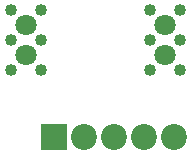
<source format=gbr>
%TF.GenerationSoftware,KiCad,Pcbnew,(5.1.10-1-10_14)*%
%TF.CreationDate,2022-04-02T19:32:47-06:00*%
%TF.ProjectId,RPiG3iMacJ20,52506947-3369-44d6-9163-4a32302e6b69,rev?*%
%TF.SameCoordinates,Original*%
%TF.FileFunction,Soldermask,Bot*%
%TF.FilePolarity,Negative*%
%FSLAX46Y46*%
G04 Gerber Fmt 4.6, Leading zero omitted, Abs format (unit mm)*
G04 Created by KiCad (PCBNEW (5.1.10-1-10_14)) date 2022-04-02 19:32:47*
%MOMM*%
%LPD*%
G01*
G04 APERTURE LIST*
%ADD10R,2.200000X2.200000*%
%ADD11C,2.200000*%
%ADD12C,1.800000*%
%ADD13C,1.020000*%
G04 APERTURE END LIST*
D10*
%TO.C,J3*%
X126365000Y-95885000D03*
D11*
X128905000Y-95885000D03*
X131445000Y-95885000D03*
X133985000Y-95885000D03*
X136525000Y-95885000D03*
%TD*%
D12*
%TO.C,J1*%
X123980000Y-86360000D03*
X123980000Y-88900000D03*
D13*
X122710000Y-85090000D03*
X122710000Y-87630000D03*
X122710000Y-90170000D03*
X125250000Y-85090000D03*
X125250000Y-87630000D03*
X125250000Y-90170000D03*
%TD*%
%TO.C,J2*%
X137037000Y-90170000D03*
X137037000Y-87630000D03*
X137037000Y-85090000D03*
X134497000Y-90170000D03*
X134497000Y-87630000D03*
X134497000Y-85090000D03*
D12*
X135767000Y-88900000D03*
X135767000Y-86360000D03*
%TD*%
M02*

</source>
